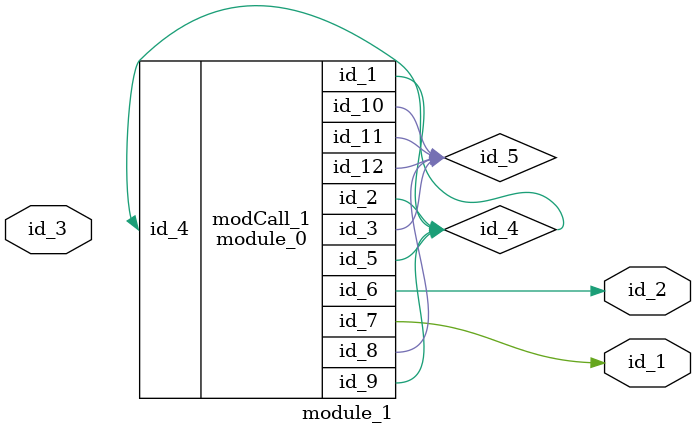
<source format=v>
module module_0 (
    id_1,
    id_2,
    id_3,
    id_4,
    id_5,
    id_6,
    id_7,
    id_8,
    id_9,
    id_10,
    id_11,
    id_12
);
  inout wire id_12;
  inout wire id_11;
  inout wire id_10;
  output wire id_9;
  output wire id_8;
  output wire id_7;
  output wire id_6;
  inout wire id_5;
  input wire id_4;
  inout wire id_3;
  inout wire id_2;
  inout wire id_1;
  wire id_13, id_14, id_15, id_16;
endmodule
module module_1 (
    id_1,
    id_2,
    id_3
);
  input wire id_3;
  output wire id_2;
  output wire id_1;
  wire id_4, id_5;
  module_0 modCall_1 (
      id_4,
      id_4,
      id_5,
      id_4,
      id_4,
      id_2,
      id_1,
      id_5,
      id_4,
      id_5,
      id_5,
      id_5
  );
endmodule

</source>
